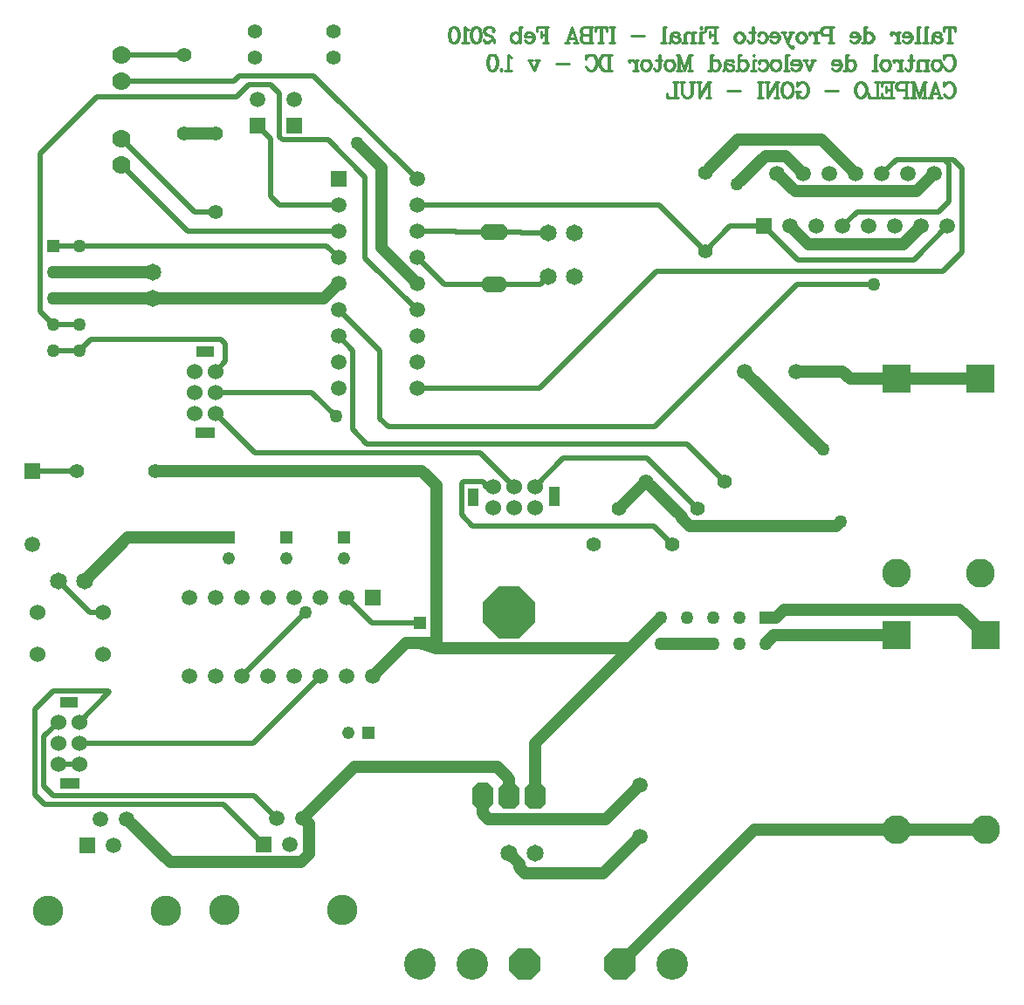
<source format=gbl>
%FSLAX23Y23*%
%MOIN*%
G70*
G01*
G75*
G04 Layer_Physical_Order=2*
G04 Layer_Color=16711680*
%ADD10C,0.020*%
%ADD11C,0.047*%
%ADD12C,0.010*%
%ADD13C,0.059*%
%ADD14O,0.100X0.060*%
G04:AMPARAMS|DCode=15|XSize=100mil|YSize=60mil|CornerRadius=0mil|HoleSize=0mil|Usage=FLASHONLY|Rotation=0.000|XOffset=0mil|YOffset=0mil|HoleType=Round|Shape=Octagon|*
%AMOCTAGOND15*
4,1,8,0.050,-0.015,0.050,0.015,0.035,0.030,-0.035,0.030,-0.050,0.015,-0.050,-0.015,-0.035,-0.030,0.035,-0.030,0.050,-0.015,0.0*
%
%ADD15OCTAGOND15*%

%ADD16C,0.065*%
%ADD17R,0.059X0.059*%
%ADD18C,0.055*%
%ADD19R,0.059X0.059*%
%ADD20C,0.070*%
%ADD21C,0.049*%
%ADD22R,0.049X0.049*%
%ADD23C,0.060*%
%ADD24C,0.050*%
%ADD25R,0.050X0.050*%
G04:AMPARAMS|DCode=26|XSize=80mil|YSize=100mil|CornerRadius=0mil|HoleSize=0mil|Usage=FLASHONLY|Rotation=0.000|XOffset=0mil|YOffset=0mil|HoleType=Round|Shape=Octagon|*
%AMOCTAGOND26*
4,1,8,-0.020,0.050,0.020,0.050,0.040,0.030,0.040,-0.030,0.020,-0.050,-0.020,-0.050,-0.040,-0.030,-0.040,0.030,-0.020,0.050,0.0*
%
%ADD26OCTAGOND26*%

%ADD27P,0.213X8X22.5*%
%ADD28C,0.120*%
%ADD29P,0.130X8X202.5*%
%ADD30C,0.059*%
%ADD31C,0.116*%
%ADD32R,0.059X0.059*%
%ADD33R,0.049X0.049*%
%ADD34R,0.110X0.110*%
%ADD35C,0.110*%
%ADD36R,0.050X0.050*%
%ADD37R,0.070X0.040*%
%ADD38R,0.075X0.040*%
%ADD39R,0.040X0.070*%
%ADD40R,0.040X0.075*%
D10*
X5642Y6370D02*
X5660Y6352D01*
X5642Y6370D02*
X5676D01*
X5460D02*
X5642D01*
X3890Y5120D02*
Y5130D01*
X5526Y5986D02*
X5655Y6115D01*
X5084Y5986D02*
X5526D01*
X4955Y6115D02*
X5084Y5986D01*
X4825Y6115D02*
X4955D01*
X4730Y6020D02*
X4825Y6115D01*
X3330Y5795D02*
X3488Y5637D01*
Y5379D02*
Y5637D01*
Y5379D02*
X3520Y5347D01*
X4538D01*
X5082Y5891D01*
X5374D01*
X2960Y4395D02*
X3205Y4640D01*
X4662Y5283D02*
X4805Y5140D01*
X3439Y5283D02*
X4662D01*
X3385Y5337D02*
X3439Y5283D01*
X3385Y5337D02*
Y5640D01*
X3330Y5695D02*
X3385Y5640D01*
X2340Y6040D02*
X3285D01*
X3330Y5995D01*
X5460Y6370D02*
X5642D01*
X5660Y6208D02*
Y6352D01*
X5622Y6170D02*
X5660Y6208D01*
X5310Y6170D02*
X5622D01*
X5255Y6115D02*
X5310Y6170D01*
X2190Y5790D02*
X2240Y5740D01*
X2190Y5790D02*
Y6391D01*
X2409Y6610D01*
X2942D01*
X2987Y6655D01*
X3072D01*
X3105Y6622D01*
Y6456D02*
Y6622D01*
Y6456D02*
X3116Y6445D01*
X3290D01*
X3432Y6303D01*
Y5993D02*
Y6303D01*
Y5993D02*
X3630Y5795D01*
X3872Y5248D02*
X4000Y5120D01*
X3012Y5248D02*
X3872D01*
X2860Y5400D02*
X3012Y5248D01*
X4508Y5227D02*
X4700Y5035D01*
X4187Y5227D02*
X4508D01*
X4080Y5120D02*
X4187Y5227D01*
X3890Y5120D02*
X3920D01*
X3880Y5140D02*
X3890Y5130D01*
X3808Y5140D02*
X3880D01*
X3800Y5132D02*
X3808Y5140D01*
X3800Y5011D02*
Y5132D01*
Y5011D02*
X3841Y4970D01*
X4535D01*
X4605Y4900D01*
X2500Y6670D02*
X2932D01*
X2952Y6690D01*
X3235D01*
X3630Y6295D01*
X3104Y6195D02*
X3330D01*
X3070Y6229D02*
X3104Y6195D01*
X3070Y6229D02*
Y6450D01*
X3020Y6500D02*
X3070Y6450D01*
X3630Y5495D02*
X4099D01*
X4545Y5941D01*
X5636D01*
X5710Y6015D01*
Y6336D01*
X5676Y6370D02*
X5710Y6336D01*
X5405Y6315D02*
X5460Y6370D01*
X2860Y5480D02*
X3229D01*
X3322Y5387D01*
X2755Y6095D02*
X3330D01*
X2500Y6350D02*
X2755Y6095D01*
X2780Y6170D02*
X2860D01*
X2500Y6450D02*
X2780Y6170D01*
X2340Y4220D02*
X2455Y4335D01*
X2450Y4340D02*
X2455Y4335D01*
X2240Y4340D02*
X2450D01*
X2170Y4270D02*
X2240Y4340D01*
X2170Y3943D02*
Y4270D01*
Y3943D02*
X2208Y3905D01*
X2892D01*
X3045Y3752D01*
X2205Y4165D02*
X2260Y4220D01*
X2205Y3975D02*
Y4165D01*
Y3975D02*
X2240Y3940D01*
X3007D01*
X3095Y3852D01*
X2380Y4640D02*
X2430D01*
X2260Y4760D02*
X2380Y4640D01*
X3733Y5892D02*
X3925D01*
X3630Y5995D02*
X3733Y5892D01*
X3360Y4695D02*
X3456Y4599D01*
X3640D01*
X2340Y4140D02*
X3005D01*
X3260Y4395D01*
X4028Y6090D02*
X4130D01*
X4026Y6092D02*
X4028Y6090D01*
X3925Y6092D02*
X4026D01*
X4555Y6195D02*
X4730Y6020D01*
X3630Y6195D02*
X4555D01*
X2860Y5560D02*
X2898Y5598D01*
Y5665D01*
X2880Y5683D02*
X2898Y5665D01*
X2383Y5683D02*
X2880D01*
X2340Y5640D02*
X2383Y5683D01*
X3925Y5892D02*
X4100D01*
X4130Y5922D01*
X2260Y4060D02*
X2340D01*
X2500Y6770D02*
X2740D01*
X3779Y6092D02*
X3925D01*
X3776Y6095D02*
X3779Y6092D01*
X3630Y6095D02*
X3776D01*
X2240Y6040D02*
X2340D01*
X2244Y5180D02*
X2330D01*
X2244Y5180D02*
X2244Y5180D01*
X2160Y5180D02*
X2244D01*
X2240Y5740D02*
X2340D01*
X2240Y5640D02*
X2340D01*
D11*
X3704Y4503D02*
X4443D01*
X4560Y4620D01*
X4080Y4140D02*
X4443Y4503D01*
X4882Y5560D02*
X5180Y5262D01*
X4405Y3295D02*
X4919Y3809D01*
X5460D01*
X5702Y4649D02*
X5800Y4551D01*
X5031Y4649D02*
X5702D01*
X5002Y4620D02*
X5031Y4649D01*
X4960Y4620D02*
X5002D01*
X5486Y6046D02*
X5555Y6115D01*
X5124Y6046D02*
X5486D01*
X5055Y6115D02*
X5124Y6046D01*
X4960Y4520D02*
X4991Y4551D01*
X5460D01*
X3275Y5840D02*
X3330Y5895D01*
X2620Y5840D02*
X3275D01*
X2524Y4924D02*
X2910D01*
X2360Y4760D02*
X2524Y4924D01*
X2520Y3850D02*
X2686Y3684D01*
X3186D01*
X3216Y3714D01*
Y3831D01*
X3195Y3852D02*
X3216Y3831D01*
X3401Y6431D02*
X3493Y6339D01*
Y6032D02*
Y6339D01*
Y6032D02*
X3630Y5895D01*
X4443Y4503D02*
X4560Y4620D01*
X3640Y4521D02*
X3704Y4503D01*
X2630Y5180D02*
X3648D01*
X3704Y5124D01*
Y4521D02*
Y5124D01*
X3640Y4521D02*
X3704D01*
X4505Y5140D02*
X4640Y5005D01*
Y5000D02*
Y5005D01*
Y5000D02*
X4672Y4968D01*
X5231D01*
X5248Y4985D01*
X5037Y6383D02*
X5105Y6315D01*
X4960Y6383D02*
X5037D01*
X4852Y6275D02*
X4960Y6383D01*
X4730Y6320D02*
X4855Y6445D01*
X5175D01*
X5305Y6315D01*
X3980Y3720D02*
X4020Y3680D01*
Y3664D02*
Y3680D01*
Y3664D02*
X4041Y3643D01*
X4341D01*
X4480Y3782D01*
X4080Y3940D02*
Y4140D01*
X3195Y3852D02*
X3390Y4047D01*
X3936D01*
X3980Y4003D01*
Y3940D02*
Y4003D01*
X3460Y4395D02*
X3586Y4521D01*
X3640D01*
X4352Y3850D02*
X4480Y3978D01*
X3902Y3850D02*
X4352D01*
X3880Y3872D02*
X3902Y3850D01*
X3880Y3872D02*
Y3940D01*
X5537Y6247D02*
X5605Y6315D01*
X5073Y6247D02*
X5537D01*
X5005Y6315D02*
X5073Y6247D01*
X5460Y3809D02*
X5800D01*
X2340Y5840D02*
X2620D01*
X2240D02*
X2340D01*
X2740Y6470D02*
X2860D01*
X4560Y4520D02*
X4660D01*
X4760D01*
X5283Y5531D02*
X5460D01*
X5254Y5560D02*
X5283Y5531D01*
X5078Y5560D02*
X5254D01*
X5460Y5531D02*
X5780D01*
X2340Y5940D02*
X2620D01*
X2240D02*
X2340D01*
X4400Y5035D02*
X4505Y5140D01*
D12*
X5645Y6656D02*
X5642Y6648D01*
Y6665D01*
X5645Y6656D01*
X5651Y6662D01*
X5659Y6665D01*
X5665D01*
X5674Y6662D01*
X5679Y6656D01*
X5682Y6651D01*
X5685Y6642D01*
Y6628D01*
X5682Y6619D01*
X5679Y6614D01*
X5674Y6608D01*
X5665Y6605D01*
X5659D01*
X5651Y6608D01*
X5645Y6614D01*
X5642Y6619D01*
X5665Y6665D02*
X5671Y6662D01*
X5676Y6656D01*
X5679Y6651D01*
X5682Y6642D01*
Y6628D01*
X5679Y6619D01*
X5676Y6614D01*
X5671Y6608D01*
X5665Y6605D01*
X5608Y6665D02*
X5628Y6605D01*
X5608Y6665D02*
X5588Y6605D01*
X5608Y6656D02*
X5591Y6605D01*
X5622Y6622D02*
X5596D01*
X5634Y6605D02*
X5616D01*
X5599D02*
X5582D01*
X5566Y6665D02*
Y6605D01*
X5563Y6665D02*
X5546Y6614D01*
X5566Y6665D02*
X5546Y6605D01*
X5526Y6665D02*
X5546Y6605D01*
X5526Y6665D02*
Y6605D01*
X5523Y6665D02*
Y6605D01*
X5574Y6665D02*
X5563D01*
X5526D02*
X5514D01*
X5574Y6605D02*
X5557D01*
X5534D02*
X5514D01*
X5499Y6665D02*
Y6605D01*
X5496Y6665D02*
Y6605D01*
X5508Y6665D02*
X5473D01*
X5465Y6662D01*
X5462Y6659D01*
X5459Y6654D01*
Y6645D01*
X5462Y6639D01*
X5465Y6636D01*
X5473Y6634D01*
X5496D01*
X5473Y6665D02*
X5468Y6662D01*
X5465Y6659D01*
X5462Y6654D01*
Y6645D01*
X5465Y6639D01*
X5468Y6636D01*
X5473Y6634D01*
X5508Y6605D02*
X5488D01*
X5442Y6665D02*
Y6605D01*
X5440Y6665D02*
Y6605D01*
X5422Y6648D02*
Y6625D01*
X5451Y6665D02*
X5405D01*
Y6648D01*
X5408Y6665D01*
X5440Y6636D02*
X5422D01*
X5451Y6605D02*
X5405D01*
Y6622D01*
X5408Y6605D01*
X5388Y6665D02*
Y6605D01*
X5386Y6665D02*
Y6605D01*
X5397Y6665D02*
X5377D01*
X5397Y6605D02*
X5354D01*
Y6622D01*
X5357Y6605D01*
X5326Y6665D02*
X5334Y6662D01*
X5340Y6656D01*
X5343Y6651D01*
X5346Y6639D01*
Y6631D01*
X5343Y6619D01*
X5340Y6614D01*
X5334Y6608D01*
X5326Y6605D01*
X5320D01*
X5311Y6608D01*
X5306Y6614D01*
X5303Y6619D01*
X5300Y6631D01*
Y6639D01*
X5303Y6651D01*
X5306Y6656D01*
X5311Y6662D01*
X5320Y6665D01*
X5326D01*
X5331Y6662D01*
X5337Y6656D01*
X5340Y6651D01*
X5343Y6639D01*
Y6631D01*
X5340Y6619D01*
X5337Y6614D01*
X5331Y6608D01*
X5326Y6605D01*
X5320D02*
X5314Y6608D01*
X5309Y6614D01*
X5306Y6619D01*
X5303Y6631D01*
Y6639D01*
X5306Y6651D01*
X5309Y6656D01*
X5314Y6662D01*
X5320Y6665D01*
X5238Y6631D02*
X5186D01*
X5085Y6656D02*
X5082Y6648D01*
Y6665D01*
X5085Y6656D01*
X5090Y6662D01*
X5099Y6665D01*
X5105D01*
X5113Y6662D01*
X5119Y6656D01*
X5122Y6651D01*
X5125Y6642D01*
Y6628D01*
X5122Y6619D01*
X5119Y6614D01*
X5113Y6608D01*
X5105Y6605D01*
X5099D01*
X5090Y6608D01*
X5085Y6614D01*
X5105Y6665D02*
X5110Y6662D01*
X5116Y6656D01*
X5119Y6651D01*
X5122Y6642D01*
Y6628D01*
X5119Y6619D01*
X5116Y6614D01*
X5110Y6608D01*
X5105Y6605D01*
X5085Y6628D02*
Y6605D01*
X5082Y6628D02*
Y6605D01*
X5093Y6628D02*
X5073D01*
X5045Y6665D02*
X5054Y6662D01*
X5060Y6656D01*
X5063Y6651D01*
X5065Y6639D01*
Y6631D01*
X5063Y6619D01*
X5060Y6614D01*
X5054Y6608D01*
X5045Y6605D01*
X5040D01*
X5031Y6608D01*
X5025Y6614D01*
X5023Y6619D01*
X5020Y6631D01*
Y6639D01*
X5023Y6651D01*
X5025Y6656D01*
X5031Y6662D01*
X5040Y6665D01*
X5045D01*
X5051Y6662D01*
X5057Y6656D01*
X5060Y6651D01*
X5063Y6639D01*
Y6631D01*
X5060Y6619D01*
X5057Y6614D01*
X5051Y6608D01*
X5045Y6605D01*
X5040D02*
X5034Y6608D01*
X5028Y6614D01*
X5025Y6619D01*
X5023Y6631D01*
Y6639D01*
X5025Y6651D01*
X5028Y6656D01*
X5034Y6662D01*
X5040Y6665D01*
X5003D02*
Y6605D01*
X5000Y6665D02*
X4966Y6611D01*
X5000Y6659D02*
X4966Y6605D01*
Y6665D02*
Y6605D01*
X5011Y6665D02*
X5000D01*
X4974D02*
X4957D01*
X5011Y6605D02*
X4994D01*
X4941Y6665D02*
Y6605D01*
X4938Y6665D02*
Y6605D01*
X4950Y6665D02*
X4930D01*
X4950Y6605D02*
X4930D01*
X4865Y6631D02*
X4813D01*
X4743Y6665D02*
Y6605D01*
X4740Y6665D02*
X4706Y6611D01*
X4740Y6659D02*
X4706Y6605D01*
Y6665D02*
Y6605D01*
X4752Y6665D02*
X4740D01*
X4715D02*
X4697D01*
X4752Y6605D02*
X4735D01*
X4682Y6665D02*
Y6622D01*
X4679Y6614D01*
X4673Y6608D01*
X4664Y6605D01*
X4659D01*
X4650Y6608D01*
X4644Y6614D01*
X4642Y6622D01*
Y6665D01*
X4679D02*
Y6622D01*
X4676Y6614D01*
X4670Y6608D01*
X4664Y6605D01*
X4690Y6665D02*
X4670D01*
X4650D02*
X4633D01*
X4617D02*
Y6605D01*
X4614Y6665D02*
Y6605D01*
X4626Y6665D02*
X4606D01*
X4626Y6605D02*
X4583D01*
Y6622D01*
X4586Y6605D01*
X5645Y6761D02*
X5642Y6753D01*
Y6770D01*
X5645Y6761D01*
X5651Y6767D01*
X5659Y6770D01*
X5665D01*
X5674Y6767D01*
X5679Y6761D01*
X5682Y6756D01*
X5685Y6747D01*
Y6733D01*
X5682Y6724D01*
X5679Y6719D01*
X5674Y6713D01*
X5665Y6710D01*
X5659D01*
X5651Y6713D01*
X5645Y6719D01*
X5642Y6724D01*
X5665Y6770D02*
X5671Y6767D01*
X5676Y6761D01*
X5679Y6756D01*
X5682Y6747D01*
Y6733D01*
X5679Y6724D01*
X5676Y6719D01*
X5671Y6713D01*
X5665Y6710D01*
X5616Y6750D02*
X5625Y6747D01*
X5631Y6741D01*
X5634Y6733D01*
Y6727D01*
X5631Y6719D01*
X5625Y6713D01*
X5616Y6710D01*
X5611D01*
X5602Y6713D01*
X5596Y6719D01*
X5594Y6727D01*
Y6733D01*
X5596Y6741D01*
X5602Y6747D01*
X5611Y6750D01*
X5616D01*
X5622Y6747D01*
X5628Y6741D01*
X5631Y6733D01*
Y6727D01*
X5628Y6719D01*
X5622Y6713D01*
X5616Y6710D01*
X5611D02*
X5605Y6713D01*
X5599Y6719D01*
X5596Y6727D01*
Y6733D01*
X5599Y6741D01*
X5605Y6747D01*
X5611Y6750D01*
X5576D02*
Y6710D01*
X5573Y6750D02*
Y6710D01*
Y6741D02*
X5568Y6747D01*
X5559Y6750D01*
X5553D01*
X5545Y6747D01*
X5542Y6741D01*
Y6710D01*
X5553Y6750D02*
X5548Y6747D01*
X5545Y6741D01*
Y6710D01*
X5585Y6750D02*
X5573D01*
X5585Y6710D02*
X5565D01*
X5553D02*
X5533D01*
X5508D02*
X5511Y6713D01*
X5514Y6721D01*
Y6770D01*
X5517D01*
Y6721D01*
X5514Y6713D01*
X5508Y6710D01*
X5503D01*
X5497Y6713D01*
X5494Y6719D01*
X5526Y6750D02*
X5503D01*
X5476D02*
Y6710D01*
X5473Y6750D02*
Y6710D01*
Y6733D02*
X5470Y6741D01*
X5464Y6747D01*
X5459Y6750D01*
X5450D01*
X5447Y6747D01*
Y6744D01*
X5450Y6741D01*
X5453Y6744D01*
X5450Y6747D01*
X5484Y6750D02*
X5473D01*
X5484Y6710D02*
X5464D01*
X5421Y6750D02*
X5430Y6747D01*
X5435Y6741D01*
X5438Y6733D01*
Y6727D01*
X5435Y6719D01*
X5430Y6713D01*
X5421Y6710D01*
X5415D01*
X5407Y6713D01*
X5401Y6719D01*
X5398Y6727D01*
Y6733D01*
X5401Y6741D01*
X5407Y6747D01*
X5415Y6750D01*
X5421D01*
X5427Y6747D01*
X5432Y6741D01*
X5435Y6733D01*
Y6727D01*
X5432Y6719D01*
X5427Y6713D01*
X5421Y6710D01*
X5415D02*
X5410Y6713D01*
X5404Y6719D01*
X5401Y6727D01*
Y6733D01*
X5404Y6741D01*
X5410Y6747D01*
X5415Y6750D01*
X5381Y6770D02*
Y6710D01*
X5378Y6770D02*
Y6710D01*
X5389Y6770D02*
X5378D01*
X5389Y6710D02*
X5369D01*
X5270Y6770D02*
Y6710D01*
X5267Y6770D02*
Y6710D01*
X5270Y6741D02*
X5276Y6747D01*
X5282Y6750D01*
X5287D01*
X5296Y6747D01*
X5302Y6741D01*
X5305Y6733D01*
Y6727D01*
X5302Y6719D01*
X5296Y6713D01*
X5287Y6710D01*
X5282D01*
X5276Y6713D01*
X5270Y6719D01*
X5287Y6750D02*
X5293Y6747D01*
X5299Y6741D01*
X5302Y6733D01*
Y6727D01*
X5299Y6719D01*
X5293Y6713D01*
X5287Y6710D01*
X5279Y6770D02*
X5267D01*
X5270Y6710D02*
X5259D01*
X5248Y6733D02*
X5213D01*
Y6739D01*
X5216Y6744D01*
X5219Y6747D01*
X5225Y6750D01*
X5233D01*
X5242Y6747D01*
X5248Y6741D01*
X5251Y6733D01*
Y6727D01*
X5248Y6719D01*
X5242Y6713D01*
X5233Y6710D01*
X5228D01*
X5219Y6713D01*
X5213Y6719D01*
X5216Y6733D02*
Y6741D01*
X5219Y6747D01*
X5233Y6750D02*
X5239Y6747D01*
X5245Y6741D01*
X5248Y6733D01*
Y6727D01*
X5245Y6719D01*
X5239Y6713D01*
X5233Y6710D01*
X5145Y6750D02*
X5127Y6710D01*
X5142Y6750D02*
X5127Y6716D01*
X5110Y6750D02*
X5127Y6710D01*
X5150Y6750D02*
X5133D01*
X5122D02*
X5105D01*
X5093Y6733D02*
X5059D01*
Y6739D01*
X5062Y6744D01*
X5065Y6747D01*
X5071Y6750D01*
X5079D01*
X5088Y6747D01*
X5093Y6741D01*
X5096Y6733D01*
Y6727D01*
X5093Y6719D01*
X5088Y6713D01*
X5079Y6710D01*
X5073D01*
X5065Y6713D01*
X5059Y6719D01*
X5062Y6733D02*
Y6741D01*
X5065Y6747D01*
X5079Y6750D02*
X5085Y6747D01*
X5091Y6741D01*
X5093Y6733D01*
Y6727D01*
X5091Y6719D01*
X5085Y6713D01*
X5079Y6710D01*
X5041Y6770D02*
Y6710D01*
X5039Y6770D02*
Y6710D01*
X5050Y6770D02*
X5039D01*
X5050Y6710D02*
X5030D01*
X5002Y6750D02*
X5011Y6747D01*
X5016Y6741D01*
X5019Y6733D01*
Y6727D01*
X5016Y6719D01*
X5011Y6713D01*
X5002Y6710D01*
X4996D01*
X4988Y6713D01*
X4982Y6719D01*
X4979Y6727D01*
Y6733D01*
X4982Y6741D01*
X4988Y6747D01*
X4996Y6750D01*
X5002D01*
X5008Y6747D01*
X5013Y6741D01*
X5016Y6733D01*
Y6727D01*
X5013Y6719D01*
X5008Y6713D01*
X5002Y6710D01*
X4996D02*
X4991Y6713D01*
X4985Y6719D01*
X4982Y6727D01*
Y6733D01*
X4985Y6741D01*
X4991Y6747D01*
X4996Y6750D01*
X4936Y6741D02*
X4939Y6739D01*
X4936Y6736D01*
X4933Y6739D01*
Y6741D01*
X4939Y6747D01*
X4945Y6750D01*
X4953D01*
X4962Y6747D01*
X4967Y6741D01*
X4970Y6733D01*
Y6727D01*
X4967Y6719D01*
X4962Y6713D01*
X4953Y6710D01*
X4947D01*
X4939Y6713D01*
X4933Y6719D01*
X4953Y6750D02*
X4959Y6747D01*
X4965Y6741D01*
X4967Y6733D01*
Y6727D01*
X4965Y6719D01*
X4959Y6713D01*
X4953Y6710D01*
X4915Y6770D02*
X4918Y6767D01*
X4915Y6764D01*
X4913Y6767D01*
X4915Y6770D01*
Y6750D02*
Y6710D01*
X4913Y6750D02*
Y6710D01*
X4924Y6750D02*
X4913D01*
X4924Y6710D02*
X4904D01*
X4859Y6770D02*
Y6710D01*
X4856Y6770D02*
Y6710D01*
X4859Y6741D02*
X4865Y6747D01*
X4870Y6750D01*
X4876D01*
X4885Y6747D01*
X4890Y6741D01*
X4893Y6733D01*
Y6727D01*
X4890Y6719D01*
X4885Y6713D01*
X4876Y6710D01*
X4870D01*
X4865Y6713D01*
X4859Y6719D01*
X4876Y6750D02*
X4882Y6747D01*
X4887Y6741D01*
X4890Y6733D01*
Y6727D01*
X4887Y6719D01*
X4882Y6713D01*
X4876Y6710D01*
X4867Y6770D02*
X4856D01*
X4859Y6710D02*
X4847D01*
X4833Y6744D02*
Y6741D01*
X4836D01*
Y6744D01*
X4833Y6747D01*
X4828Y6750D01*
X4816D01*
X4811Y6747D01*
X4808Y6744D01*
X4805Y6739D01*
Y6719D01*
X4802Y6713D01*
X4799Y6710D01*
X4808Y6744D02*
Y6719D01*
X4805Y6713D01*
X4799Y6710D01*
X4796D01*
X4808Y6739D02*
X4811Y6736D01*
X4828Y6733D01*
X4836Y6730D01*
X4839Y6724D01*
Y6719D01*
X4836Y6713D01*
X4828Y6710D01*
X4819D01*
X4813Y6713D01*
X4808Y6719D01*
X4828Y6733D02*
X4833Y6730D01*
X4836Y6724D01*
Y6719D01*
X4833Y6713D01*
X4828Y6710D01*
X4753Y6770D02*
Y6710D01*
X4751Y6770D02*
Y6710D01*
X4753Y6741D02*
X4759Y6747D01*
X4765Y6750D01*
X4771D01*
X4779Y6747D01*
X4785Y6741D01*
X4788Y6733D01*
Y6727D01*
X4785Y6719D01*
X4779Y6713D01*
X4771Y6710D01*
X4765D01*
X4759Y6713D01*
X4753Y6719D01*
X4771Y6750D02*
X4776Y6747D01*
X4782Y6741D01*
X4785Y6733D01*
Y6727D01*
X4782Y6719D01*
X4776Y6713D01*
X4771Y6710D01*
X4762Y6770D02*
X4751D01*
X4753Y6710D02*
X4742D01*
X4671Y6770D02*
Y6710D01*
X4668Y6770D02*
X4651Y6719D01*
X4671Y6770D02*
X4651Y6710D01*
X4631Y6770D02*
X4651Y6710D01*
X4631Y6770D02*
Y6710D01*
X4628Y6770D02*
Y6710D01*
X4680Y6770D02*
X4668D01*
X4631D02*
X4620D01*
X4680Y6710D02*
X4663D01*
X4640D02*
X4620D01*
X4596Y6750D02*
X4604Y6747D01*
X4610Y6741D01*
X4613Y6733D01*
Y6727D01*
X4610Y6719D01*
X4604Y6713D01*
X4596Y6710D01*
X4590D01*
X4582Y6713D01*
X4576Y6719D01*
X4573Y6727D01*
Y6733D01*
X4576Y6741D01*
X4582Y6747D01*
X4590Y6750D01*
X4596D01*
X4602Y6747D01*
X4607Y6741D01*
X4610Y6733D01*
Y6727D01*
X4607Y6719D01*
X4602Y6713D01*
X4596Y6710D01*
X4590D02*
X4584Y6713D01*
X4579Y6719D01*
X4576Y6727D01*
Y6733D01*
X4579Y6741D01*
X4584Y6747D01*
X4590Y6750D01*
X4547Y6710D02*
X4550Y6713D01*
X4553Y6721D01*
Y6770D01*
X4556D01*
Y6721D01*
X4553Y6713D01*
X4547Y6710D01*
X4541D01*
X4536Y6713D01*
X4533Y6719D01*
X4564Y6750D02*
X4541D01*
X4506D02*
X4514Y6747D01*
X4520Y6741D01*
X4523Y6733D01*
Y6727D01*
X4520Y6719D01*
X4514Y6713D01*
X4506Y6710D01*
X4500D01*
X4492Y6713D01*
X4486Y6719D01*
X4483Y6727D01*
Y6733D01*
X4486Y6741D01*
X4492Y6747D01*
X4500Y6750D01*
X4506D01*
X4512Y6747D01*
X4517Y6741D01*
X4520Y6733D01*
Y6727D01*
X4517Y6719D01*
X4512Y6713D01*
X4506Y6710D01*
X4500D02*
X4494Y6713D01*
X4489Y6719D01*
X4486Y6727D01*
Y6733D01*
X4489Y6741D01*
X4494Y6747D01*
X4500Y6750D01*
X4466D02*
Y6710D01*
X4463Y6750D02*
Y6710D01*
Y6733D02*
X4460Y6741D01*
X4454Y6747D01*
X4448Y6750D01*
X4440D01*
X4437Y6747D01*
Y6744D01*
X4440Y6741D01*
X4443Y6744D01*
X4440Y6747D01*
X4474Y6750D02*
X4463D01*
X4474Y6710D02*
X4454D01*
X4365Y6770D02*
Y6710D01*
X4362Y6770D02*
Y6710D01*
X4374Y6770D02*
X4345D01*
X4337Y6767D01*
X4331Y6761D01*
X4328Y6756D01*
X4325Y6747D01*
Y6733D01*
X4328Y6724D01*
X4331Y6719D01*
X4337Y6713D01*
X4345Y6710D01*
X4374D01*
X4345Y6770D02*
X4340Y6767D01*
X4334Y6761D01*
X4331Y6756D01*
X4328Y6747D01*
Y6733D01*
X4331Y6724D01*
X4334Y6719D01*
X4340Y6713D01*
X4345Y6710D01*
X4277Y6761D02*
X4274Y6753D01*
Y6770D01*
X4277Y6761D01*
X4283Y6767D01*
X4292Y6770D01*
X4297D01*
X4306Y6767D01*
X4312Y6761D01*
X4314Y6756D01*
X4317Y6747D01*
Y6733D01*
X4314Y6724D01*
X4312Y6719D01*
X4306Y6713D01*
X4297Y6710D01*
X4292D01*
X4283Y6713D01*
X4277Y6719D01*
X4274Y6724D01*
X4297Y6770D02*
X4303Y6767D01*
X4309Y6761D01*
X4312Y6756D01*
X4314Y6747D01*
Y6733D01*
X4312Y6724D01*
X4309Y6719D01*
X4303Y6713D01*
X4297Y6710D01*
X4212Y6736D02*
X4160D01*
X4093Y6750D02*
X4076Y6710D01*
X4090Y6750D02*
X4076Y6716D01*
X4059Y6750D02*
X4076Y6710D01*
X4099Y6750D02*
X4082D01*
X4070D02*
X4053D01*
X3991Y6759D02*
X3985Y6761D01*
X3977Y6770D01*
Y6710D01*
X3979Y6767D02*
Y6710D01*
X3991D02*
X3965D01*
X3952Y6716D02*
X3955Y6713D01*
X3952Y6710D01*
X3949Y6713D01*
X3952Y6716D01*
X3920Y6770D02*
X3928Y6767D01*
X3934Y6759D01*
X3937Y6744D01*
Y6736D01*
X3934Y6721D01*
X3928Y6713D01*
X3920Y6710D01*
X3914D01*
X3905Y6713D01*
X3900Y6721D01*
X3897Y6736D01*
Y6744D01*
X3900Y6759D01*
X3905Y6767D01*
X3914Y6770D01*
X3920D01*
X3925Y6767D01*
X3928Y6764D01*
X3931Y6759D01*
X3934Y6744D01*
Y6736D01*
X3931Y6721D01*
X3928Y6716D01*
X3925Y6713D01*
X3920Y6710D01*
X3914D02*
X3908Y6713D01*
X3905Y6716D01*
X3903Y6721D01*
X3900Y6736D01*
Y6744D01*
X3903Y6759D01*
X3905Y6764D01*
X3908Y6767D01*
X3914Y6770D01*
X5665Y6875D02*
Y6815D01*
X5662Y6875D02*
Y6815D01*
X5682Y6875D02*
X5685Y6858D01*
Y6875D01*
X5642D01*
Y6858D01*
X5645Y6875D01*
X5674Y6815D02*
X5654D01*
X5628Y6849D02*
Y6846D01*
X5631D01*
Y6849D01*
X5628Y6852D01*
X5622Y6855D01*
X5611D01*
X5605Y6852D01*
X5602Y6849D01*
X5599Y6844D01*
Y6824D01*
X5596Y6818D01*
X5594Y6815D01*
X5602Y6849D02*
Y6824D01*
X5599Y6818D01*
X5594Y6815D01*
X5591D01*
X5602Y6844D02*
X5605Y6841D01*
X5622Y6838D01*
X5631Y6835D01*
X5634Y6829D01*
Y6824D01*
X5631Y6818D01*
X5622Y6815D01*
X5614D01*
X5608Y6818D01*
X5602Y6824D01*
X5622Y6838D02*
X5628Y6835D01*
X5631Y6829D01*
Y6824D01*
X5628Y6818D01*
X5622Y6815D01*
X5574Y6875D02*
Y6815D01*
X5571Y6875D02*
Y6815D01*
X5582Y6875D02*
X5571D01*
X5582Y6815D02*
X5562D01*
X5543Y6875D02*
Y6815D01*
X5540Y6875D02*
Y6815D01*
X5551Y6875D02*
X5540D01*
X5551Y6815D02*
X5531D01*
X5518Y6838D02*
X5483D01*
Y6844D01*
X5486Y6849D01*
X5489Y6852D01*
X5495Y6855D01*
X5503D01*
X5512Y6852D01*
X5518Y6846D01*
X5520Y6838D01*
Y6832D01*
X5518Y6824D01*
X5512Y6818D01*
X5503Y6815D01*
X5498D01*
X5489Y6818D01*
X5483Y6824D01*
X5486Y6838D02*
Y6846D01*
X5489Y6852D01*
X5503Y6855D02*
X5509Y6852D01*
X5515Y6846D01*
X5518Y6838D01*
Y6832D01*
X5515Y6824D01*
X5509Y6818D01*
X5503Y6815D01*
X5466Y6855D02*
Y6815D01*
X5463Y6855D02*
Y6815D01*
Y6838D02*
X5460Y6846D01*
X5454Y6852D01*
X5448Y6855D01*
X5440D01*
X5437Y6852D01*
Y6849D01*
X5440Y6846D01*
X5443Y6849D01*
X5440Y6852D01*
X5474Y6855D02*
X5463D01*
X5474Y6815D02*
X5454D01*
X5340Y6875D02*
Y6815D01*
X5337Y6875D02*
Y6815D01*
X5340Y6846D02*
X5345Y6852D01*
X5351Y6855D01*
X5357D01*
X5365Y6852D01*
X5371Y6846D01*
X5374Y6838D01*
Y6832D01*
X5371Y6824D01*
X5365Y6818D01*
X5357Y6815D01*
X5351D01*
X5345Y6818D01*
X5340Y6824D01*
X5357Y6855D02*
X5362Y6852D01*
X5368Y6846D01*
X5371Y6838D01*
Y6832D01*
X5368Y6824D01*
X5362Y6818D01*
X5357Y6815D01*
X5348Y6875D02*
X5337D01*
X5340Y6815D02*
X5328D01*
X5317Y6838D02*
X5283D01*
Y6844D01*
X5286Y6849D01*
X5289Y6852D01*
X5294Y6855D01*
X5303D01*
X5311Y6852D01*
X5317Y6846D01*
X5320Y6838D01*
Y6832D01*
X5317Y6824D01*
X5311Y6818D01*
X5303Y6815D01*
X5297D01*
X5289Y6818D01*
X5283Y6824D01*
X5286Y6838D02*
Y6846D01*
X5289Y6852D01*
X5303Y6855D02*
X5309Y6852D01*
X5314Y6846D01*
X5317Y6838D01*
Y6832D01*
X5314Y6824D01*
X5309Y6818D01*
X5303Y6815D01*
X5211Y6875D02*
Y6815D01*
X5208Y6875D02*
Y6815D01*
X5220Y6875D02*
X5185D01*
X5177Y6872D01*
X5174Y6869D01*
X5171Y6864D01*
Y6855D01*
X5174Y6849D01*
X5177Y6846D01*
X5185Y6844D01*
X5208D01*
X5185Y6875D02*
X5180Y6872D01*
X5177Y6869D01*
X5174Y6864D01*
Y6855D01*
X5177Y6849D01*
X5180Y6846D01*
X5185Y6844D01*
X5220Y6815D02*
X5200D01*
X5155Y6855D02*
Y6815D01*
X5152Y6855D02*
Y6815D01*
Y6838D02*
X5149Y6846D01*
X5143Y6852D01*
X5137Y6855D01*
X5129D01*
X5126Y6852D01*
Y6849D01*
X5129Y6846D01*
X5132Y6849D01*
X5129Y6852D01*
X5163Y6855D02*
X5152D01*
X5163Y6815D02*
X5143D01*
X5100Y6855D02*
X5108Y6852D01*
X5114Y6846D01*
X5117Y6838D01*
Y6832D01*
X5114Y6824D01*
X5108Y6818D01*
X5100Y6815D01*
X5094D01*
X5085Y6818D01*
X5080Y6824D01*
X5077Y6832D01*
Y6838D01*
X5080Y6846D01*
X5085Y6852D01*
X5094Y6855D01*
X5100D01*
X5105Y6852D01*
X5111Y6846D01*
X5114Y6838D01*
Y6832D01*
X5111Y6824D01*
X5105Y6818D01*
X5100Y6815D01*
X5094D02*
X5088Y6818D01*
X5083Y6824D01*
X5080Y6832D01*
Y6838D01*
X5083Y6846D01*
X5088Y6852D01*
X5094Y6855D01*
X5062D02*
X5045Y6815D01*
X5059Y6855D02*
X5045Y6821D01*
X5028Y6855D02*
X5045Y6815D01*
X5051Y6804D01*
X5057Y6798D01*
X5062Y6795D01*
X5065D01*
X5068Y6798D01*
X5065Y6801D01*
X5062Y6798D01*
X5068Y6855D02*
X5051D01*
X5039D02*
X5022D01*
X5011Y6838D02*
X4977D01*
Y6844D01*
X4980Y6849D01*
X4983Y6852D01*
X4988Y6855D01*
X4997D01*
X5005Y6852D01*
X5011Y6846D01*
X5014Y6838D01*
Y6832D01*
X5011Y6824D01*
X5005Y6818D01*
X4997Y6815D01*
X4991D01*
X4983Y6818D01*
X4977Y6824D01*
X4980Y6838D02*
Y6846D01*
X4983Y6852D01*
X4997Y6855D02*
X5003Y6852D01*
X5008Y6846D01*
X5011Y6838D01*
Y6832D01*
X5008Y6824D01*
X5003Y6818D01*
X4997Y6815D01*
X4933Y6846D02*
X4936Y6844D01*
X4933Y6841D01*
X4931Y6844D01*
Y6846D01*
X4936Y6852D01*
X4942Y6855D01*
X4951D01*
X4959Y6852D01*
X4965Y6846D01*
X4968Y6838D01*
Y6832D01*
X4965Y6824D01*
X4959Y6818D01*
X4951Y6815D01*
X4945D01*
X4936Y6818D01*
X4931Y6824D01*
X4951Y6855D02*
X4956Y6852D01*
X4962Y6846D01*
X4965Y6838D01*
Y6832D01*
X4962Y6824D01*
X4956Y6818D01*
X4951Y6815D01*
X4904D02*
X4907Y6818D01*
X4910Y6826D01*
Y6875D01*
X4913D01*
Y6826D01*
X4910Y6818D01*
X4904Y6815D01*
X4899D01*
X4893Y6818D01*
X4890Y6824D01*
X4921Y6855D02*
X4899D01*
X4863D02*
X4872Y6852D01*
X4877Y6846D01*
X4880Y6838D01*
Y6832D01*
X4877Y6824D01*
X4872Y6818D01*
X4863Y6815D01*
X4857D01*
X4849Y6818D01*
X4843Y6824D01*
X4840Y6832D01*
Y6838D01*
X4843Y6846D01*
X4849Y6852D01*
X4857Y6855D01*
X4863D01*
X4869Y6852D01*
X4875Y6846D01*
X4877Y6838D01*
Y6832D01*
X4875Y6824D01*
X4869Y6818D01*
X4863Y6815D01*
X4857D02*
X4852Y6818D01*
X4846Y6824D01*
X4843Y6832D01*
Y6838D01*
X4846Y6846D01*
X4852Y6852D01*
X4857Y6855D01*
X4769Y6875D02*
Y6815D01*
X4766Y6875D02*
Y6815D01*
X4749Y6858D02*
Y6835D01*
X4777Y6875D02*
X4732D01*
Y6858D01*
X4735Y6875D01*
X4766Y6846D02*
X4749D01*
X4777Y6815D02*
X4757D01*
X4715Y6875D02*
X4718Y6872D01*
X4715Y6869D01*
X4712Y6872D01*
X4715Y6875D01*
Y6855D02*
Y6815D01*
X4712Y6855D02*
Y6815D01*
X4723Y6855D02*
X4712D01*
X4723Y6815D02*
X4703D01*
X4684Y6855D02*
Y6815D01*
X4681Y6855D02*
Y6815D01*
Y6846D02*
X4676Y6852D01*
X4667Y6855D01*
X4661D01*
X4653Y6852D01*
X4650Y6846D01*
Y6815D01*
X4661Y6855D02*
X4656Y6852D01*
X4653Y6846D01*
Y6815D01*
X4693Y6855D02*
X4681D01*
X4693Y6815D02*
X4673D01*
X4661D02*
X4641D01*
X4628Y6849D02*
Y6846D01*
X4631D01*
Y6849D01*
X4628Y6852D01*
X4622Y6855D01*
X4611D01*
X4605Y6852D01*
X4602Y6849D01*
X4599Y6844D01*
Y6824D01*
X4596Y6818D01*
X4594Y6815D01*
X4602Y6849D02*
Y6824D01*
X4599Y6818D01*
X4594Y6815D01*
X4591D01*
X4602Y6844D02*
X4605Y6841D01*
X4622Y6838D01*
X4631Y6835D01*
X4634Y6829D01*
Y6824D01*
X4631Y6818D01*
X4622Y6815D01*
X4614D01*
X4608Y6818D01*
X4602Y6824D01*
X4622Y6838D02*
X4628Y6835D01*
X4631Y6829D01*
Y6824D01*
X4628Y6818D01*
X4622Y6815D01*
X4574Y6875D02*
Y6815D01*
X4571Y6875D02*
Y6815D01*
X4582Y6875D02*
X4571D01*
X4582Y6815D02*
X4562D01*
X4497Y6841D02*
X4446D01*
X4376Y6875D02*
Y6815D01*
X4373Y6875D02*
Y6815D01*
X4384Y6875D02*
X4364D01*
X4384Y6815D02*
X4364D01*
X4333Y6875D02*
Y6815D01*
X4330Y6875D02*
Y6815D01*
X4350Y6875D02*
X4353Y6858D01*
Y6875D01*
X4310D01*
Y6858D01*
X4313Y6875D01*
X4342Y6815D02*
X4322D01*
X4293Y6875D02*
Y6815D01*
X4290Y6875D02*
Y6815D01*
X4302Y6875D02*
X4268D01*
X4259Y6872D01*
X4256Y6869D01*
X4253Y6864D01*
Y6858D01*
X4256Y6852D01*
X4259Y6849D01*
X4268Y6846D01*
Y6875D02*
X4262Y6872D01*
X4259Y6869D01*
X4256Y6864D01*
Y6858D01*
X4259Y6852D01*
X4262Y6849D01*
X4268Y6846D01*
X4290D02*
X4268D01*
X4259Y6844D01*
X4256Y6841D01*
X4253Y6835D01*
Y6826D01*
X4256Y6821D01*
X4259Y6818D01*
X4268Y6815D01*
X4302D01*
X4268Y6846D02*
X4262Y6844D01*
X4259Y6841D01*
X4256Y6835D01*
Y6826D01*
X4259Y6821D01*
X4262Y6818D01*
X4268Y6815D01*
X4220Y6875D02*
X4240Y6815D01*
X4220Y6875D02*
X4200Y6815D01*
X4220Y6866D02*
X4202Y6815D01*
X4234Y6832D02*
X4208D01*
X4245Y6815D02*
X4228D01*
X4211D02*
X4194D01*
X4124Y6875D02*
Y6815D01*
X4121Y6875D02*
Y6815D01*
X4104Y6858D02*
Y6835D01*
X4132Y6875D02*
X4086D01*
Y6858D01*
X4089Y6875D01*
X4121Y6846D02*
X4104D01*
X4132Y6815D02*
X4112D01*
X4075Y6838D02*
X4041D01*
Y6844D01*
X4044Y6849D01*
X4047Y6852D01*
X4052Y6855D01*
X4061D01*
X4070Y6852D01*
X4075Y6846D01*
X4078Y6838D01*
Y6832D01*
X4075Y6824D01*
X4070Y6818D01*
X4061Y6815D01*
X4055D01*
X4047Y6818D01*
X4041Y6824D01*
X4044Y6838D02*
Y6846D01*
X4047Y6852D01*
X4061Y6855D02*
X4067Y6852D01*
X4072Y6846D01*
X4075Y6838D01*
Y6832D01*
X4072Y6824D01*
X4067Y6818D01*
X4061Y6815D01*
X4023Y6875D02*
Y6815D01*
X4021Y6875D02*
Y6815D01*
Y6846D02*
X4015Y6852D01*
X4009Y6855D01*
X4003D01*
X3995Y6852D01*
X3989Y6846D01*
X3986Y6838D01*
Y6832D01*
X3989Y6824D01*
X3995Y6818D01*
X4003Y6815D01*
X4009D01*
X4015Y6818D01*
X4021Y6824D01*
X4003Y6855D02*
X3998Y6852D01*
X3992Y6846D01*
X3989Y6838D01*
Y6832D01*
X3992Y6824D01*
X3998Y6818D01*
X4003Y6815D01*
X4032Y6875D02*
X4021D01*
X3921Y6864D02*
X3918Y6861D01*
X3921Y6858D01*
X3924Y6861D01*
Y6864D01*
X3921Y6869D01*
X3918Y6872D01*
X3910Y6875D01*
X3898D01*
X3890Y6872D01*
X3887Y6869D01*
X3884Y6864D01*
Y6858D01*
X3887Y6852D01*
X3895Y6846D01*
X3910Y6841D01*
X3915Y6838D01*
X3921Y6832D01*
X3924Y6824D01*
Y6815D01*
X3898Y6875D02*
X3893Y6872D01*
X3890Y6869D01*
X3887Y6864D01*
Y6858D01*
X3890Y6852D01*
X3898Y6846D01*
X3910Y6841D01*
X3924Y6821D02*
X3921Y6824D01*
X3915D01*
X3901Y6818D01*
X3893D01*
X3887Y6821D01*
X3884Y6824D01*
Y6829D01*
X3915Y6824D02*
X3901Y6815D01*
X3890D01*
X3887Y6818D01*
X3884Y6824D01*
X3858Y6875D02*
X3867Y6872D01*
X3872Y6864D01*
X3875Y6849D01*
Y6841D01*
X3872Y6826D01*
X3867Y6818D01*
X3858Y6815D01*
X3852D01*
X3844Y6818D01*
X3838Y6826D01*
X3835Y6841D01*
Y6849D01*
X3838Y6864D01*
X3844Y6872D01*
X3852Y6875D01*
X3858D01*
X3864Y6872D01*
X3867Y6869D01*
X3869Y6864D01*
X3872Y6849D01*
Y6841D01*
X3869Y6826D01*
X3867Y6821D01*
X3864Y6818D01*
X3858Y6815D01*
X3852D02*
X3847Y6818D01*
X3844Y6821D01*
X3841Y6826D01*
X3838Y6841D01*
Y6849D01*
X3841Y6864D01*
X3844Y6869D01*
X3847Y6872D01*
X3852Y6875D01*
X3826Y6864D02*
X3821Y6866D01*
X3812Y6875D01*
Y6815D01*
X3815Y6872D02*
Y6815D01*
X3826D02*
X3801D01*
X3773Y6875D02*
X3782Y6872D01*
X3787Y6864D01*
X3790Y6849D01*
Y6841D01*
X3787Y6826D01*
X3782Y6818D01*
X3773Y6815D01*
X3767D01*
X3759Y6818D01*
X3753Y6826D01*
X3750Y6841D01*
Y6849D01*
X3753Y6864D01*
X3759Y6872D01*
X3767Y6875D01*
X3773D01*
X3779Y6872D01*
X3782Y6869D01*
X3785Y6864D01*
X3787Y6849D01*
Y6841D01*
X3785Y6826D01*
X3782Y6821D01*
X3779Y6818D01*
X3773Y6815D01*
X3767D02*
X3762Y6818D01*
X3759Y6821D01*
X3756Y6826D01*
X3753Y6841D01*
Y6849D01*
X3756Y6864D01*
X3759Y6869D01*
X3762Y6872D01*
X3767Y6875D01*
D13*
X4882Y5560D02*
D03*
X5078D02*
D03*
X3360Y4695D02*
D03*
X3260D02*
D03*
X3160D02*
D03*
X3060D02*
D03*
X2960D02*
D03*
X2860D02*
D03*
X2760D02*
D03*
X3460Y4395D02*
D03*
X3360D02*
D03*
X3260D02*
D03*
X3160D02*
D03*
X3060D02*
D03*
X2960D02*
D03*
X2860D02*
D03*
X2760D02*
D03*
X2160Y4900D02*
D03*
X5305Y6315D02*
D03*
X5355Y6115D02*
D03*
X5405Y6315D02*
D03*
X5455Y6115D02*
D03*
X5005Y6315D02*
D03*
X5055Y6115D02*
D03*
X5105Y6315D02*
D03*
X5155Y6115D02*
D03*
X5205Y6315D02*
D03*
X5255Y6115D02*
D03*
X5505Y6315D02*
D03*
X5555Y6115D02*
D03*
X5605Y6315D02*
D03*
X5655Y6115D02*
D03*
X4480Y3782D02*
D03*
Y3978D02*
D03*
X3020Y6600D02*
D03*
X3160D02*
D03*
X3330Y6195D02*
D03*
Y6095D02*
D03*
Y5995D02*
D03*
Y5895D02*
D03*
Y5795D02*
D03*
Y5695D02*
D03*
Y5595D02*
D03*
Y5495D02*
D03*
X3630Y6295D02*
D03*
Y6195D02*
D03*
Y6095D02*
D03*
Y5995D02*
D03*
Y5895D02*
D03*
Y5795D02*
D03*
Y5695D02*
D03*
Y5595D02*
D03*
Y5495D02*
D03*
D14*
X3925Y5892D02*
D03*
D15*
Y6092D02*
D03*
D16*
X3980Y3720D02*
D03*
X4080D02*
D03*
X4230Y6090D02*
D03*
X4130D02*
D03*
X2360Y4760D02*
D03*
X2260D02*
D03*
X2620Y5840D02*
D03*
Y5940D02*
D03*
X4230Y5922D02*
D03*
X4130D02*
D03*
D17*
X3460Y4695D02*
D03*
X2160Y5180D02*
D03*
X3020Y6500D02*
D03*
X3160D02*
D03*
D18*
X4730Y6020D02*
D03*
Y6320D02*
D03*
X2330Y5180D02*
D03*
X2630D02*
D03*
X2860Y6170D02*
D03*
Y6470D02*
D03*
X2740Y6770D02*
D03*
Y6470D02*
D03*
X3310Y6760D02*
D03*
X3010D02*
D03*
Y6860D02*
D03*
X3310D02*
D03*
X4305Y4900D02*
D03*
X4605D02*
D03*
X4400Y5035D02*
D03*
X4700D02*
D03*
X4505Y5140D02*
D03*
X4805D02*
D03*
D19*
X4955Y6115D02*
D03*
X3330Y6295D02*
D03*
D20*
X2500Y6450D02*
D03*
Y6350D02*
D03*
Y6770D02*
D03*
Y6670D02*
D03*
D21*
X3130Y4846D02*
D03*
X2910D02*
D03*
X3350D02*
D03*
X3640Y4521D02*
D03*
X3366Y4180D02*
D03*
D22*
X3130Y4924D02*
D03*
X2910D02*
D03*
X3350D02*
D03*
X3640Y4599D02*
D03*
D23*
X2260Y4140D02*
D03*
X2340D02*
D03*
Y4060D02*
D03*
X2260D02*
D03*
X2340Y4220D02*
D03*
X2260D02*
D03*
X2430Y4480D02*
D03*
X2180D02*
D03*
X2430Y4640D02*
D03*
X2180D02*
D03*
X4000Y5040D02*
D03*
Y5120D02*
D03*
X4080D02*
D03*
Y5040D02*
D03*
X3920Y5120D02*
D03*
Y5040D02*
D03*
X2780Y5480D02*
D03*
X2860D02*
D03*
Y5400D02*
D03*
X2780D02*
D03*
X2860Y5560D02*
D03*
X2780D02*
D03*
D24*
X4560Y4520D02*
D03*
X4660D02*
D03*
X4760D02*
D03*
X4860D02*
D03*
X4960D02*
D03*
X4560Y4620D02*
D03*
X4660D02*
D03*
X4760D02*
D03*
X4860D02*
D03*
X2340Y5640D02*
D03*
Y5740D02*
D03*
Y5840D02*
D03*
Y5940D02*
D03*
Y6040D02*
D03*
X2240Y5640D02*
D03*
Y5740D02*
D03*
Y5840D02*
D03*
Y5940D02*
D03*
X5180Y5262D02*
D03*
X5374Y5891D02*
D03*
X3205Y4640D02*
D03*
X3401Y6431D02*
D03*
X5248Y4985D02*
D03*
X3322Y5387D02*
D03*
X4852Y6275D02*
D03*
D25*
X4960Y4620D02*
D03*
D26*
X3880Y3940D02*
D03*
X3980D02*
D03*
X4080D02*
D03*
D27*
X3980Y4640D02*
D03*
D28*
X3641Y3296D02*
D03*
X3841D02*
D03*
X4605Y3295D02*
D03*
D29*
X4041Y3296D02*
D03*
X4405Y3295D02*
D03*
D30*
X2520Y3850D02*
D03*
X2420D02*
D03*
X2470Y3750D02*
D03*
X3195Y3852D02*
D03*
X3095D02*
D03*
X3145Y3752D02*
D03*
D31*
X2220Y3500D02*
D03*
X2670D02*
D03*
X2895Y3502D02*
D03*
X3345D02*
D03*
D32*
X2370Y3750D02*
D03*
X3045Y3752D02*
D03*
D33*
X3444Y4180D02*
D03*
D34*
X5800Y4551D02*
D03*
X5460D02*
D03*
X5780Y5531D02*
D03*
X5460D02*
D03*
D35*
X5800Y3809D02*
D03*
X5460D02*
D03*
X5780Y4789D02*
D03*
X5460D02*
D03*
D36*
X2240Y6040D02*
D03*
D37*
X2300Y4295D02*
D03*
X2820Y5635D02*
D03*
D38*
X2303Y3985D02*
D03*
X2822Y5325D02*
D03*
D39*
X3845Y5080D02*
D03*
D40*
X4155Y5082D02*
D03*
M02*

</source>
